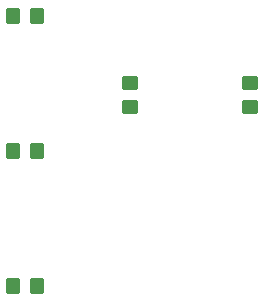
<source format=gbr>
%TF.GenerationSoftware,KiCad,Pcbnew,(6.0.9)*%
%TF.CreationDate,2023-08-13T20:03:35-07:00*%
%TF.ProjectId,LED_and_Switch_board,4c45445f-616e-4645-9f53-77697463685f,rev?*%
%TF.SameCoordinates,Original*%
%TF.FileFunction,Paste,Top*%
%TF.FilePolarity,Positive*%
%FSLAX46Y46*%
G04 Gerber Fmt 4.6, Leading zero omitted, Abs format (unit mm)*
G04 Created by KiCad (PCBNEW (6.0.9)) date 2023-08-13 20:03:35*
%MOMM*%
%LPD*%
G01*
G04 APERTURE LIST*
G04 Aperture macros list*
%AMRoundRect*
0 Rectangle with rounded corners*
0 $1 Rounding radius*
0 $2 $3 $4 $5 $6 $7 $8 $9 X,Y pos of 4 corners*
0 Add a 4 corners polygon primitive as box body*
4,1,4,$2,$3,$4,$5,$6,$7,$8,$9,$2,$3,0*
0 Add four circle primitives for the rounded corners*
1,1,$1+$1,$2,$3*
1,1,$1+$1,$4,$5*
1,1,$1+$1,$6,$7*
1,1,$1+$1,$8,$9*
0 Add four rect primitives between the rounded corners*
20,1,$1+$1,$2,$3,$4,$5,0*
20,1,$1+$1,$4,$5,$6,$7,0*
20,1,$1+$1,$6,$7,$8,$9,0*
20,1,$1+$1,$8,$9,$2,$3,0*%
G04 Aperture macros list end*
%ADD10RoundRect,0.250000X-0.450000X0.350000X-0.450000X-0.350000X0.450000X-0.350000X0.450000X0.350000X0*%
%ADD11RoundRect,0.250000X-0.350000X-0.450000X0.350000X-0.450000X0.350000X0.450000X-0.350000X0.450000X0*%
G04 APERTURE END LIST*
D10*
%TO.C,R5*%
X158115000Y-101695000D03*
X158115000Y-99695000D03*
%TD*%
%TO.C,R4*%
X147955000Y-99695000D03*
X147955000Y-101695000D03*
%TD*%
D11*
%TO.C,R3*%
X138065000Y-116840000D03*
X140065000Y-116840000D03*
%TD*%
%TO.C,R2*%
X138065000Y-105410000D03*
X140065000Y-105410000D03*
%TD*%
%TO.C,R1*%
X138065000Y-93980000D03*
X140065000Y-93980000D03*
%TD*%
M02*

</source>
